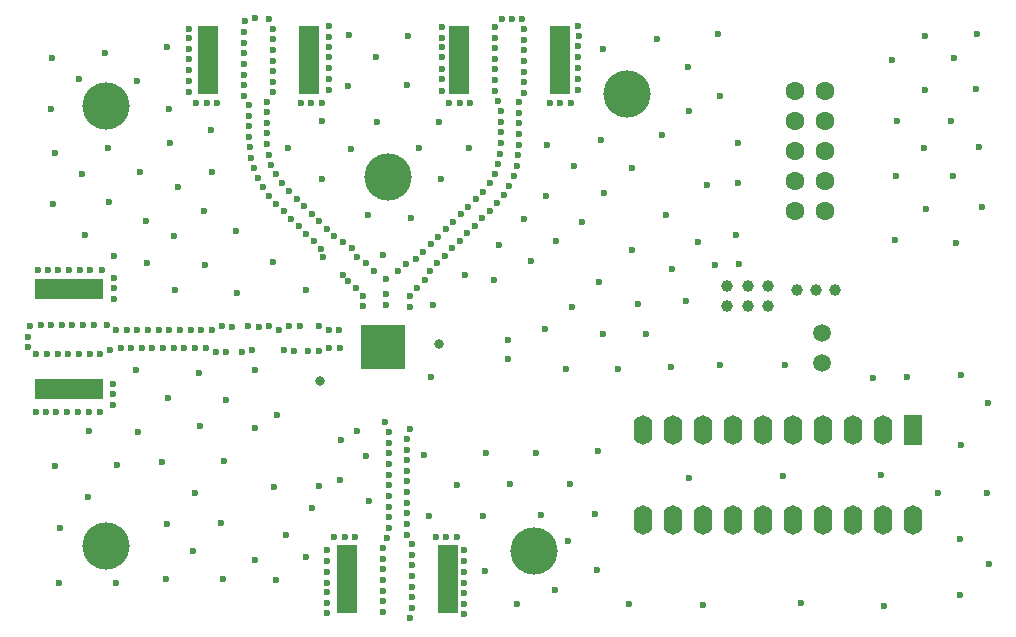
<source format=gbs>
G04*
G04 #@! TF.GenerationSoftware,Altium Limited,Altium Designer,21.1.1 (26)*
G04*
G04 Layer_Color=16711935*
%FSLAX43Y43*%
%MOMM*%
G71*
G04*
G04 #@! TF.SameCoordinates,37E81C00-8B6F-4B96-ABBB-DCCB29EF6B03*
G04*
G04*
G04 #@! TF.FilePolarity,Negative*
G04*
G01*
G75*
%ADD17R,3.800X3.800*%
%ADD18R,1.702X5.842*%
%ADD25R,5.842X1.702*%
%ADD30C,4.000*%
%ADD31C,1.600*%
%ADD32R,1.600X2.500*%
%ADD33O,1.600X2.500*%
%ADD34C,1.500*%
%ADD35C,0.600*%
%ADD36C,0.800*%
%ADD37C,1.000*%
G54D17*
X69450Y76875D02*
D03*
G54D18*
X54620Y101200D02*
D03*
X63125Y101201D02*
D03*
X84375Y101176D02*
D03*
X75870Y101175D02*
D03*
X74900Y57275D02*
D03*
X66395Y57274D02*
D03*
G54D25*
X42874Y81825D02*
D03*
X42875Y73321D02*
D03*
G54D30*
X69825Y91325D02*
D03*
X82175Y59650D02*
D03*
X90100Y98325D02*
D03*
X45975Y60025D02*
D03*
Y97275D02*
D03*
G54D31*
X106828Y88408D02*
D03*
X104328D02*
D03*
Y90948D02*
D03*
X106828D02*
D03*
Y93488D02*
D03*
X104328D02*
D03*
Y96028D02*
D03*
X106828D02*
D03*
Y98568D02*
D03*
X104288D02*
D03*
G54D32*
X114276Y69880D02*
D03*
G54D33*
X111736D02*
D03*
X109196D02*
D03*
X106656D02*
D03*
X104116D02*
D03*
X101576D02*
D03*
X99036D02*
D03*
X96496D02*
D03*
X93956D02*
D03*
X91416D02*
D03*
X114276Y62250D02*
D03*
X111736D02*
D03*
X109196D02*
D03*
X106656D02*
D03*
X104116D02*
D03*
X101576D02*
D03*
X99036D02*
D03*
X96496D02*
D03*
X93956D02*
D03*
X91416D02*
D03*
G54D34*
X106600Y75550D02*
D03*
Y78100D02*
D03*
G54D35*
X72450Y93800D02*
D03*
X110900Y74300D02*
D03*
X103450Y75400D02*
D03*
X97975Y75350D02*
D03*
X73475Y74350D02*
D03*
X73625Y80500D02*
D03*
X70550Y75775D02*
D03*
X69450D02*
D03*
X68350D02*
D03*
X70550Y76875D02*
D03*
X68350D02*
D03*
X70550Y77975D02*
D03*
X69450D02*
D03*
X68350D02*
D03*
X69450Y76875D02*
D03*
X67250Y69800D02*
D03*
X65850Y69000D02*
D03*
X85975Y104050D02*
D03*
X86000Y103225D02*
D03*
X83575Y97600D02*
D03*
X85975Y99625D02*
D03*
X84450Y97600D02*
D03*
X85975Y100525D02*
D03*
X85350Y97600D02*
D03*
X85975Y102375D02*
D03*
Y101475D02*
D03*
Y98675D02*
D03*
X88050Y102150D02*
D03*
X74400Y104000D02*
D03*
Y100475D02*
D03*
X75025Y97550D02*
D03*
X74400Y101425D02*
D03*
Y98625D02*
D03*
Y103100D02*
D03*
Y102325D02*
D03*
X76800Y97550D02*
D03*
X74400Y99575D02*
D03*
X75925Y97550D02*
D03*
X63350Y97600D02*
D03*
X64250D02*
D03*
X64875Y98675D02*
D03*
Y102325D02*
D03*
Y99625D02*
D03*
Y100525D02*
D03*
Y101475D02*
D03*
Y103150D02*
D03*
Y104050D02*
D03*
X62475Y97600D02*
D03*
X53000Y103850D02*
D03*
Y99425D02*
D03*
X54525Y97600D02*
D03*
X53000Y103050D02*
D03*
X53000Y102175D02*
D03*
Y101275D02*
D03*
Y98475D02*
D03*
X55400Y97600D02*
D03*
X53000Y100325D02*
D03*
X53625Y97600D02*
D03*
X46675Y81875D02*
D03*
Y82775D02*
D03*
X45600Y83400D02*
D03*
X41900D02*
D03*
X44650D02*
D03*
X43750D02*
D03*
X42800D02*
D03*
X41050D02*
D03*
X40225D02*
D03*
X46675Y81000D02*
D03*
X46525Y72900D02*
D03*
Y72000D02*
D03*
X45450Y71375D02*
D03*
X41750D02*
D03*
X44500D02*
D03*
X43600D02*
D03*
X42650D02*
D03*
X40875D02*
D03*
X40075D02*
D03*
X46525Y73775D02*
D03*
X64675Y56150D02*
D03*
X66200Y60825D02*
D03*
X65300D02*
D03*
X64675Y59750D02*
D03*
Y58800D02*
D03*
Y57900D02*
D03*
Y56950D02*
D03*
Y55275D02*
D03*
Y54375D02*
D03*
X67075Y60825D02*
D03*
X73925D02*
D03*
X76325Y54325D02*
D03*
Y55175D02*
D03*
Y56950D02*
D03*
Y57900D02*
D03*
Y58800D02*
D03*
Y56050D02*
D03*
Y59750D02*
D03*
X75700Y60825D02*
D03*
X61400Y93775D02*
D03*
X76675Y93750D02*
D03*
X67725Y80375D02*
D03*
X67700Y81225D02*
D03*
X71750Y80325D02*
D03*
X71725Y81200D02*
D03*
X69650Y80500D02*
D03*
X69675Y81400D02*
D03*
Y82700D02*
D03*
X60450Y71175D02*
D03*
X119750Y103425D02*
D03*
X115275Y103275D02*
D03*
X119625Y98725D02*
D03*
X119925Y93825D02*
D03*
X120150Y88725D02*
D03*
X112800Y85975D02*
D03*
X117950Y85750D02*
D03*
X115375Y88600D02*
D03*
X95375Y96900D02*
D03*
X99525Y90825D02*
D03*
Y94200D02*
D03*
X96850Y90650D02*
D03*
X93375Y88100D02*
D03*
X90550Y85150D02*
D03*
X87750Y82375D02*
D03*
X85425Y80275D02*
D03*
X78825Y82625D02*
D03*
X83150Y78475D02*
D03*
X80025Y75900D02*
D03*
X79975Y77525D02*
D03*
X99600Y83950D02*
D03*
X99300Y86400D02*
D03*
X97575Y83875D02*
D03*
X96125Y85825D02*
D03*
X95050Y80775D02*
D03*
X91725Y78050D02*
D03*
X93900Y83475D02*
D03*
X91025Y80575D02*
D03*
X88075Y78000D02*
D03*
X93825Y75225D02*
D03*
X89300Y75050D02*
D03*
X84935Y75054D02*
D03*
X118325Y74550D02*
D03*
X113800Y74350D02*
D03*
X120675Y72200D02*
D03*
X118350Y68625D02*
D03*
X95300Y65850D02*
D03*
X103325Y65950D02*
D03*
X111600Y66050D02*
D03*
X116375Y64550D02*
D03*
X120550D02*
D03*
X120725Y58550D02*
D03*
X118275Y60650D02*
D03*
Y55950D02*
D03*
X104775Y55200D02*
D03*
X96525Y55100D02*
D03*
X90250Y55125D02*
D03*
X84025Y56375D02*
D03*
X80750Y55125D02*
D03*
X68000Y67675D02*
D03*
X68225Y63850D02*
D03*
X65775Y65650D02*
D03*
X63450Y63275D02*
D03*
X69400Y84700D02*
D03*
X71800Y87875D02*
D03*
X68150Y88075D02*
D03*
X54875Y95250D02*
D03*
X54300Y88450D02*
D03*
X54950Y91725D02*
D03*
X62900Y81750D02*
D03*
X60075Y84125D02*
D03*
X49375Y87550D02*
D03*
X46625Y84650D02*
D03*
X44575Y69775D02*
D03*
X58550Y74950D02*
D03*
X48675Y69750D02*
D03*
X48525Y75000D02*
D03*
X51250Y72600D02*
D03*
X53900Y70200D02*
D03*
X53850Y74750D02*
D03*
X56150Y72450D02*
D03*
X58560Y70096D02*
D03*
X80175Y65325D02*
D03*
X58575Y58850D02*
D03*
X60375Y57200D02*
D03*
X61175Y61000D02*
D03*
X62925Y59125D02*
D03*
X55875Y57275D02*
D03*
X50675Y67150D02*
D03*
X55925Y67300D02*
D03*
X53525Y64575D02*
D03*
X51125Y61925D02*
D03*
X55675Y61975D02*
D03*
X53375Y59675D02*
D03*
X51021Y57265D02*
D03*
X46825Y56925D02*
D03*
X41625Y66800D02*
D03*
X46875Y66950D02*
D03*
X44475Y64225D02*
D03*
X42075Y61575D02*
D03*
X41971Y56915D02*
D03*
X87575Y58050D02*
D03*
X82375Y67925D02*
D03*
X87625Y68075D02*
D03*
X85225Y65350D02*
D03*
X82825Y62700D02*
D03*
X87375Y62750D02*
D03*
X85075Y60450D02*
D03*
X78075Y57925D02*
D03*
X72875Y67800D02*
D03*
X78125Y67950D02*
D03*
X75725Y65225D02*
D03*
X73325Y62575D02*
D03*
X77875Y62625D02*
D03*
X74800Y60825D02*
D03*
X112846Y91365D02*
D03*
X115200Y93775D02*
D03*
X117500Y96075D02*
D03*
X112950Y96025D02*
D03*
X115350Y98675D02*
D03*
X117750Y101400D02*
D03*
X112500Y101250D02*
D03*
X117700Y91375D02*
D03*
X66525Y103300D02*
D03*
X68825Y101500D02*
D03*
X71475Y99075D02*
D03*
X71525Y103250D02*
D03*
X66425Y99000D02*
D03*
X92600Y103000D02*
D03*
X95250Y100600D02*
D03*
X97975Y98200D02*
D03*
X97825Y103450D02*
D03*
X79225Y85525D02*
D03*
X81975Y84175D02*
D03*
X81350Y87775D02*
D03*
X84100Y85900D02*
D03*
X86250Y87500D02*
D03*
X76350Y83025D02*
D03*
X83300Y94000D02*
D03*
X85600Y92200D02*
D03*
X88175Y89925D02*
D03*
X87850Y94450D02*
D03*
X90500Y92050D02*
D03*
X93075Y94900D02*
D03*
X83200Y89700D02*
D03*
X64275Y96025D02*
D03*
X66675Y93675D02*
D03*
X68925Y95925D02*
D03*
X74300Y91125D02*
D03*
X74200Y95975D02*
D03*
X64275Y91175D02*
D03*
X44175Y86375D02*
D03*
X49475Y84025D02*
D03*
X51775Y81725D02*
D03*
X51725Y86275D02*
D03*
X54375Y83875D02*
D03*
X57100Y81475D02*
D03*
X56950Y86725D02*
D03*
X41625Y93325D02*
D03*
X43925Y91525D02*
D03*
X46225Y89225D02*
D03*
X46175Y93775D02*
D03*
X48875Y91725D02*
D03*
X52050Y90425D02*
D03*
X51400Y94225D02*
D03*
X41525Y89025D02*
D03*
X41275Y97075D02*
D03*
X51150Y102275D02*
D03*
X51300Y97025D02*
D03*
X48575Y99425D02*
D03*
X45925Y101825D02*
D03*
X43675Y99575D02*
D03*
X41375Y101375D02*
D03*
X69630Y70547D02*
D03*
X69936Y69701D02*
D03*
Y68801D02*
D03*
Y67901D02*
D03*
Y67001D02*
D03*
Y66101D02*
D03*
Y65201D02*
D03*
Y64301D02*
D03*
Y63401D02*
D03*
Y62501D02*
D03*
Y61601D02*
D03*
X69733Y60724D02*
D03*
X69406Y59886D02*
D03*
Y58986D02*
D03*
Y58086D02*
D03*
Y57186D02*
D03*
Y56286D02*
D03*
Y55386D02*
D03*
Y54486D02*
D03*
X71720Y53944D02*
D03*
X71885Y54829D02*
D03*
Y55729D02*
D03*
Y56629D02*
D03*
Y57529D02*
D03*
Y58429D02*
D03*
Y59329D02*
D03*
X71879Y60229D02*
D03*
X71464Y61027D02*
D03*
Y61927D02*
D03*
Y62827D02*
D03*
Y63727D02*
D03*
Y64627D02*
D03*
Y65527D02*
D03*
Y66427D02*
D03*
Y67327D02*
D03*
Y68227D02*
D03*
Y69127D02*
D03*
X71687Y69999D02*
D03*
X58625Y104726D02*
D03*
X57762Y104473D02*
D03*
X57635Y103582D02*
D03*
Y102682D02*
D03*
Y101782D02*
D03*
Y100882D02*
D03*
Y99982D02*
D03*
Y99082D02*
D03*
X57654Y98182D02*
D03*
X58111Y97407D02*
D03*
Y96507D02*
D03*
Y95607D02*
D03*
Y94707D02*
D03*
X58137Y93807D02*
D03*
X58249Y92914D02*
D03*
X58471Y92042D02*
D03*
X58801Y91205D02*
D03*
X59239Y90418D02*
D03*
X59775Y89696D02*
D03*
X60386Y89034D02*
D03*
X61022Y88398D02*
D03*
X61659Y87761D02*
D03*
X62295Y87125D02*
D03*
X62931Y86489D02*
D03*
X63568Y85852D02*
D03*
X64204Y85216D02*
D03*
X64375Y84525D02*
D03*
X66025Y83050D02*
D03*
X66489Y82520D02*
D03*
X67114Y81873D02*
D03*
X68631Y83382D02*
D03*
X68025Y84050D02*
D03*
X67238Y84511D02*
D03*
X66775Y85283D02*
D03*
X66038Y85800D02*
D03*
X65286Y86294D02*
D03*
X64650Y86931D02*
D03*
X64013Y87567D02*
D03*
X63377Y88203D02*
D03*
X62740Y88840D02*
D03*
X62104Y89476D02*
D03*
X61468Y90113D02*
D03*
X60850Y90768D02*
D03*
X60355Y91519D02*
D03*
X59974Y92334D02*
D03*
X59738Y93203D02*
D03*
X59639Y94097D02*
D03*
X59639Y94997D02*
D03*
Y95897D02*
D03*
Y96797D02*
D03*
Y97697D02*
D03*
X60115Y98461D02*
D03*
Y99361D02*
D03*
Y100261D02*
D03*
Y101161D02*
D03*
Y102061D02*
D03*
Y102961D02*
D03*
Y103861D02*
D03*
X59742Y104680D02*
D03*
X80372Y104701D02*
D03*
X79472Y104697D02*
D03*
X78885Y104015D02*
D03*
Y103115D02*
D03*
Y102215D02*
D03*
Y101315D02*
D03*
Y100415D02*
D03*
Y99515D02*
D03*
Y98615D02*
D03*
X79163Y97759D02*
D03*
X79386Y96887D02*
D03*
X79386Y95987D02*
D03*
X79386Y95087D02*
D03*
Y94187D02*
D03*
X79364Y93287D02*
D03*
X79199Y92403D02*
D03*
X78899Y91554D02*
D03*
X78467Y90765D02*
D03*
X77911Y90057D02*
D03*
X77277Y89418D02*
D03*
X76641Y88781D02*
D03*
X76005Y88145D02*
D03*
X75368Y87508D02*
D03*
X74732Y86872D02*
D03*
X74095Y86236D02*
D03*
X73459Y85599D02*
D03*
X72823Y84963D02*
D03*
X72186Y84327D02*
D03*
X71360Y83970D02*
D03*
X70725Y83332D02*
D03*
X72331Y81918D02*
D03*
X72947Y82574D02*
D03*
X73382Y83362D02*
D03*
X74018Y83998D02*
D03*
X74655Y84635D02*
D03*
X75291Y85271D02*
D03*
X75927Y85907D02*
D03*
X76564Y86544D02*
D03*
X77200Y87180D02*
D03*
X77837Y87817D02*
D03*
X78473Y88453D02*
D03*
X79093Y89105D02*
D03*
X79650Y89812D02*
D03*
X80115Y90583D02*
D03*
X80479Y91406D02*
D03*
X80733Y92270D02*
D03*
X80875Y93158D02*
D03*
X80914Y94057D02*
D03*
Y94957D02*
D03*
X80914Y95857D02*
D03*
Y96757D02*
D03*
X80914Y97657D02*
D03*
X81365Y98436D02*
D03*
Y99336D02*
D03*
Y100236D02*
D03*
Y101136D02*
D03*
Y102036D02*
D03*
Y102936D02*
D03*
Y103836D02*
D03*
X81200Y104650D02*
D03*
X63083Y76555D02*
D03*
X63982Y76608D02*
D03*
X64846Y76861D02*
D03*
X65746D02*
D03*
X65733Y78389D02*
D03*
X64833D02*
D03*
X63972Y78649D02*
D03*
X57472Y76452D02*
D03*
X58354Y76634D02*
D03*
X61033Y76631D02*
D03*
X61930Y76555D02*
D03*
X62393Y78653D02*
D03*
X61494Y78695D02*
D03*
X60651Y78379D02*
D03*
X59792Y78648D02*
D03*
X58893Y78610D02*
D03*
X57996Y78677D02*
D03*
X44931Y78815D02*
D03*
X44031D02*
D03*
X43131D02*
D03*
X42231D02*
D03*
X41331D02*
D03*
X40431D02*
D03*
X39546Y78651D02*
D03*
X39349Y77773D02*
D03*
X39362Y76873D02*
D03*
X40084Y76335D02*
D03*
X40984D02*
D03*
X41884D02*
D03*
X42784D02*
D03*
X43684D02*
D03*
X44584D02*
D03*
X45484D02*
D03*
X46323Y76661D02*
D03*
X47206Y76836D02*
D03*
X48106D02*
D03*
X49006D02*
D03*
X49906D02*
D03*
X50806D02*
D03*
X51706D02*
D03*
X52606D02*
D03*
X53506D02*
D03*
X54406D02*
D03*
X55252Y76530D02*
D03*
X56149Y76452D02*
D03*
X56661Y78591D02*
D03*
X55767Y78698D02*
D03*
X54931Y78364D02*
D03*
X54031D02*
D03*
X53131D02*
D03*
X52231D02*
D03*
X51331D02*
D03*
X50431D02*
D03*
X49531D02*
D03*
X48631D02*
D03*
X47731D02*
D03*
X46831D02*
D03*
X46028Y78769D02*
D03*
X111829Y54980D02*
D03*
X64025Y65125D02*
D03*
X60175Y65075D02*
D03*
G54D36*
X74175Y77150D02*
D03*
X64132Y74058D02*
D03*
G54D37*
X107725Y81700D02*
D03*
X106075D02*
D03*
X104475Y81725D02*
D03*
X102025Y80400D02*
D03*
X100325D02*
D03*
X98550Y80350D02*
D03*
X102025Y82075D02*
D03*
X100325D02*
D03*
X98550Y82050D02*
D03*
M02*

</source>
